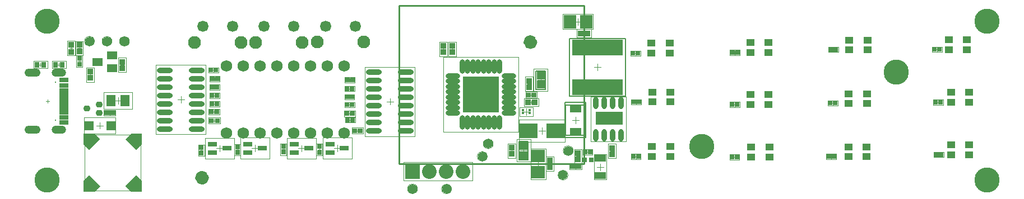
<source format=gts>
G04*
G04 #@! TF.GenerationSoftware,Altium Limited,CircuitMaker,2.3.0 (2.3.0.3)*
G04*
G04 Layer_Color=20142*
%FSLAX24Y24*%
%MOIN*%
G70*
G04*
G04 #@! TF.SameCoordinates,872E70D8-3D5D-4FD3-98FB-88626AD454E2*
G04*
G04*
G04 #@! TF.FilePolarity,Negative*
G04*
G01*
G75*
%ADD11C,0.0039*%
%ADD13C,0.0100*%
%ADD14C,0.0050*%
%ADD15C,0.0079*%
%ADD16C,0.0059*%
%ADD18C,0.0020*%
%ADD19C,0.0433*%
%ADD43R,0.0669X0.0512*%
%ADD56R,0.0300X0.0300*%
%ADD57R,0.0363X0.0379*%
%ADD58O,0.0316X0.0749*%
%ADD59C,0.0552*%
%ADD60R,0.0336X0.0316*%
%ADD61O,0.0316X0.0848*%
%ADD62R,0.0316X0.0356*%
%ADD63R,0.0572X0.0198*%
%ADD64R,0.0277X0.0257*%
%ADD65R,0.0572X0.0690*%
%ADD66R,0.0572X0.0277*%
%ADD67O,0.0848X0.0316*%
%ADD68R,0.0316X0.0356*%
%ADD69R,0.0277X0.0316*%
%ADD70R,0.0316X0.0277*%
%ADD71O,0.0946X0.0316*%
%ADD72R,0.1064X0.0867*%
%ADD73R,0.0474X0.0474*%
%ADD74R,0.0789X0.0730*%
%ADD75R,0.0297X0.0277*%
%ADD76R,0.0336X0.0336*%
%ADD77R,0.0257X0.0257*%
%ADD78R,0.0690X0.0434*%
%ADD79R,0.0454X0.0434*%
%ADD80R,0.0730X0.0789*%
%ADD81R,0.0379X0.0363*%
%ADD82R,0.3033X0.0946*%
%ADD83C,0.0178*%
G04:AMPARAMS|DCode=84|XSize=31.6mil|YSize=37.5mil|CornerRadius=8.7mil|HoleSize=0mil|Usage=FLASHONLY|Rotation=90.000|XOffset=0mil|YOffset=0mil|HoleType=Round|Shape=RoundedRectangle|*
%AMROUNDEDRECTD84*
21,1,0.0316,0.0201,0,0,90.0*
21,1,0.0142,0.0375,0,0,90.0*
1,1,0.0174,0.0100,0.0071*
1,1,0.0174,0.0100,-0.0071*
1,1,0.0174,-0.0100,-0.0071*
1,1,0.0174,-0.0100,0.0071*
%
%ADD84ROUNDEDRECTD84*%
%ADD85R,0.0580X0.0580*%
%ADD86R,0.0631X0.0474*%
%ADD87R,0.0572X0.0316*%
%ADD88R,0.0867X0.0867*%
%ADD89C,0.0867*%
%ADD90C,0.0680*%
%ADD91C,0.1497*%
%ADD92C,0.0080*%
G04:AMPARAMS|DCode=93|XSize=47.4mil|YSize=94.6mil|CornerRadius=23.7mil|HoleSize=0mil|Usage=FLASHONLY|Rotation=270.000|XOffset=0mil|YOffset=0mil|HoleType=Round|Shape=RoundedRectangle|*
%AMROUNDEDRECTD93*
21,1,0.0474,0.0472,0,0,270.0*
21,1,0.0000,0.0946,0,0,270.0*
1,1,0.0474,-0.0236,0.0000*
1,1,0.0474,-0.0236,0.0000*
1,1,0.0474,0.0236,0.0000*
1,1,0.0474,0.0236,0.0000*
%
%ADD93ROUNDEDRECTD93*%
G04:AMPARAMS|DCode=94|XSize=47.4mil|YSize=86.7mil|CornerRadius=23.7mil|HoleSize=0mil|Usage=FLASHONLY|Rotation=270.000|XOffset=0mil|YOffset=0mil|HoleType=Round|Shape=RoundedRectangle|*
%AMROUNDEDRECTD94*
21,1,0.0474,0.0394,0,0,270.0*
21,1,0.0000,0.0867,0,0,270.0*
1,1,0.0474,-0.0197,0.0000*
1,1,0.0474,-0.0197,0.0000*
1,1,0.0474,0.0197,0.0000*
1,1,0.0474,0.0197,0.0000*
%
%ADD94ROUNDEDRECTD94*%
%ADD95C,0.0663*%
%ADD96C,0.0763*%
G36*
X28840Y7335D02*
Y5213D01*
X26722D01*
X26711Y5203D01*
X26700Y5213D01*
Y7335D01*
X28843Y7338D01*
X28840Y7335D01*
D02*
G37*
G36*
X36190Y4471D02*
X34601D01*
Y5228D01*
X36190D01*
Y4471D01*
D02*
G37*
G36*
X7610Y3305D02*
X7270Y2965D01*
X6620Y3615D01*
X6960Y3955D01*
X7610D01*
Y3305D01*
D02*
G37*
G36*
X5120Y3615D02*
X4470Y2965D01*
X4130Y3305D01*
Y3955D01*
X4780D01*
X5120Y3615D01*
D02*
G37*
G36*
X7610Y1125D02*
Y475D01*
X6960D01*
X6620Y815D01*
X7270Y1465D01*
X7610Y1125D01*
D02*
G37*
G36*
X5120Y815D02*
X4780Y475D01*
X4130D01*
Y1125D01*
X4470Y1465D01*
X5120Y815D01*
D02*
G37*
D11*
X4197Y3888D02*
X7544D01*
Y542D02*
Y3888D01*
X4197Y542D02*
X7544D01*
X4197D02*
Y3888D01*
X26015Y640D02*
G03*
X26015Y640I-295J0D01*
G01*
X33251Y2925D02*
G03*
X33251Y2925I-295J0D01*
G01*
X5818Y9449D02*
G03*
X5818Y9449I-295J0D01*
G01*
X6859Y9444D02*
G03*
X6859Y9444I-295J0D01*
G01*
X4780Y9454D02*
G03*
X4780Y9454I-295J0D01*
G01*
X28144Y2582D02*
G03*
X28144Y2582I-295J0D01*
G01*
X28494Y3332D02*
G03*
X28494Y3332I-295J0D01*
G01*
X32941Y1465D02*
G03*
X32941Y1465I-295J0D01*
G01*
X23988Y649D02*
G03*
X23988Y649I-295J0D01*
G01*
X4542Y7346D02*
Y7563D01*
X4434Y7455D02*
X4651D01*
X35147Y4818D02*
X35541D01*
X35344Y4621D02*
Y5015D01*
X19835Y6135D02*
X20051D01*
X19943Y6027D02*
Y6243D01*
X5983Y5913D02*
X6377D01*
X6180Y5717D02*
Y6110D01*
X14134Y3066D02*
X14528D01*
X14331Y2869D02*
Y3263D01*
X23154Y1127D02*
X27249D01*
Y2229D01*
X23154D02*
X27249D01*
X23154Y1127D02*
Y2229D01*
X27562Y6272D02*
X27956D01*
X27759Y6075D02*
Y6469D01*
X1573Y7947D02*
Y8163D01*
X1465Y8055D02*
X1681D01*
X2676Y7947D02*
Y8163D01*
X2567Y8055D02*
X2784D01*
X19965Y5027D02*
Y5243D01*
X19857Y5135D02*
X20074D01*
X20426Y4012D02*
Y4228D01*
X20317Y4120D02*
X20534D01*
X18047Y2987D02*
X18264D01*
X18155Y2879D02*
Y3095D01*
X15908Y3001D02*
X16125D01*
X16017Y2893D02*
Y3109D01*
X13173Y2978D02*
X13390D01*
X13281Y2870D02*
Y3087D01*
X11029Y2946D02*
X11246D01*
X11138Y2838D02*
Y3054D01*
X19218Y2866D02*
Y3260D01*
X19021Y3063D02*
X19414D01*
X17093Y2863D02*
Y3257D01*
X16897Y3060D02*
X17290D01*
X12228Y2865D02*
Y3259D01*
X12032Y3062D02*
X12425D01*
X11904Y5137D02*
Y5353D01*
X11796Y5245D02*
X12012D01*
X11909Y4612D02*
Y4829D01*
X11801Y4720D02*
X12017D01*
X22351Y5661D02*
Y6055D01*
X22154Y5858D02*
X22548D01*
X20874Y7925D02*
X23827D01*
X20874Y3791D02*
X23827D01*
X20874D02*
Y7925D01*
X23827Y3791D02*
Y7925D01*
X9922Y5775D02*
Y6169D01*
X9725Y5972D02*
X10119D01*
X8445Y3905D02*
X11398D01*
X8445Y8039D02*
X11398D01*
Y3905D02*
Y8039D01*
X8445Y3905D02*
Y8039D01*
X29492Y2925D02*
X29709D01*
X29600Y2816D02*
Y3033D01*
X30300Y2738D02*
Y3131D01*
X30104Y2935D02*
X30497D01*
X31876Y2037D02*
Y2253D01*
X31767Y2145D02*
X31984D01*
X30979Y2125D02*
X31373D01*
X31176Y1928D02*
Y2322D01*
X33278Y1975D02*
X33514D01*
X33396Y1857D02*
Y2093D01*
X36983Y2452D02*
Y2688D01*
X36865Y2570D02*
X37101D01*
X33546Y2487D02*
Y2703D01*
X33437Y2595D02*
X33654D01*
X34007Y2845D02*
X34224D01*
X34116Y2737D02*
Y2953D01*
X34870Y1754D02*
Y2148D01*
X34673Y1951D02*
X35067D01*
X35576Y2786D02*
Y3002D01*
X35467Y2894D02*
X35684D01*
X33189Y4745D02*
X33583D01*
X33386Y4548D02*
Y4942D01*
X33536Y10418D02*
Y10812D01*
X33339Y10615D02*
X33733D01*
X37001Y5712D02*
Y5948D01*
X36883Y5830D02*
X37119D01*
X36956Y8617D02*
Y8853D01*
X36838Y8735D02*
X37074D01*
X42871Y8652D02*
Y8888D01*
X42753Y8770D02*
X42989D01*
X42849Y2426D02*
Y2662D01*
X42731Y2544D02*
X42967D01*
X42735Y5675D02*
X42972D01*
X42853Y5557D02*
Y5793D01*
X48690Y5642D02*
Y5878D01*
X48572Y5760D02*
X48809D01*
X48728Y8837D02*
Y9073D01*
X48610Y8955D02*
X48846D01*
X48606Y2457D02*
Y2693D01*
X48488Y2575D02*
X48724D01*
X54878Y2685D02*
X55114D01*
X54996Y2567D02*
Y2803D01*
X54835Y5815D02*
X55072D01*
X54953Y5697D02*
Y5933D01*
X54893Y8847D02*
Y9083D01*
X54775Y8965D02*
X55012D01*
X33791Y9923D02*
X34007D01*
X33899Y9815D02*
Y10032D01*
X34509Y7905D02*
X34903D01*
X34706Y7708D02*
Y8102D01*
X26066Y8877D02*
Y9093D01*
X25957Y8985D02*
X26174D01*
X11823Y6713D02*
X12040D01*
X11932Y6605D02*
Y6822D01*
X11832Y7213D02*
X12049D01*
X11940Y7105D02*
Y7322D01*
X11810Y5715D02*
X12026D01*
X11918Y5607D02*
Y5823D01*
X11812Y6203D02*
X12029D01*
X11921Y6094D02*
Y6311D01*
X11748Y7734D02*
X11964D01*
X11856Y7625D02*
Y7842D01*
X30259Y5252D02*
X30653D01*
X30456Y5055D02*
Y5448D01*
X19847Y6625D02*
X20063D01*
X19955Y6517D02*
Y6733D01*
X19845Y5665D02*
X20062D01*
X19953Y5557D02*
Y5773D01*
X5570Y5175D02*
X5806D01*
X5688Y5057D02*
Y5293D01*
X3886Y8930D02*
Y9146D01*
X3777Y9038D02*
X3994D01*
X30769Y6144D02*
Y6361D01*
X30661Y6252D02*
X30877D01*
X3778Y8265D02*
X3994D01*
X3886Y8157D02*
Y8373D01*
X19859Y7149D02*
X20076D01*
X19968Y7040D02*
Y7257D01*
X30531Y6902D02*
X30747D01*
X30639Y6794D02*
Y7011D01*
X6326Y8027D02*
X6542D01*
X6434Y7918D02*
Y8135D01*
X3396Y8927D02*
Y9143D01*
X3287Y9035D02*
X3504D01*
X31319Y6941D02*
Y7335D01*
X31122Y7138D02*
X31516D01*
X19877Y4750D02*
X20094D01*
X19985Y4642D02*
Y4858D01*
X25417Y8986D02*
X25634D01*
X25526Y8878D02*
Y9094D01*
X30768Y5694D02*
Y5911D01*
X30660Y5802D02*
X30876D01*
X5100Y4228D02*
Y4622D01*
X4904Y4425D02*
X5297D01*
D13*
X22887Y11584D02*
X33911D01*
Y2135D02*
Y11584D01*
X22887Y2135D02*
X33911D01*
X22887D02*
Y11584D01*
D14*
X33033Y6192D02*
X36379D01*
X33033Y9618D02*
X36379D01*
X33033Y6192D02*
Y9618D01*
X36379Y6192D02*
Y9618D01*
D15*
X32772Y3695D02*
X34000D01*
Y5795D01*
X32772D02*
X34000D01*
X32772Y3695D02*
Y5795D01*
D16*
X30576Y2385D02*
Y3485D01*
X30025Y2385D02*
X30576D01*
X30025D02*
Y3485D01*
X30576D01*
X31044Y6588D02*
Y7688D01*
X31595D01*
Y6588D02*
Y7688D01*
X31044Y6588D02*
X31595D01*
X32811Y3839D02*
X33961D01*
Y5650D01*
X32811D02*
X33961D01*
X32811Y3839D02*
Y5650D01*
D18*
X4306Y7022D02*
X4779D01*
X4306Y7888D02*
X4779D01*
X4306Y7022D02*
Y7888D01*
X4779Y7022D02*
Y7888D01*
X36388Y3480D02*
Y6157D01*
X34301Y3480D02*
Y6157D01*
X36388D01*
X34301Y3480D02*
X36388D01*
X19648Y5977D02*
Y6292D01*
X20238Y5977D02*
Y6292D01*
X19648D02*
X20238D01*
X19648Y5977D02*
X20238D01*
X5334Y5402D02*
Y6425D01*
X7027Y5402D02*
Y6425D01*
X5334D02*
X7027D01*
X5334Y5402D02*
X7027D01*
X13465Y2436D02*
Y3696D01*
X15197Y2436D02*
Y3696D01*
X13465D02*
X15197D01*
X13465Y2436D02*
X15197D01*
X30003Y4028D02*
Y8516D01*
X25515Y4028D02*
Y8516D01*
Y4028D02*
X30003D01*
X25515Y8516D02*
X30003D01*
X1160Y7838D02*
X1987D01*
X1160Y8271D02*
X1987D01*
Y7838D02*
Y8271D01*
X1160Y7838D02*
Y8271D01*
X2262Y8271D02*
X3089D01*
X2262Y7838D02*
X3089D01*
X2262D02*
Y8271D01*
X3089Y7838D02*
Y8271D01*
X19623Y4958D02*
X20307D01*
X19623Y5312D02*
X20307D01*
Y4958D02*
Y5312D01*
X19623Y4958D02*
Y5312D01*
X20084Y3943D02*
X20768D01*
X20084Y4297D02*
X20768D01*
Y3943D02*
Y4297D01*
X20084Y3943D02*
Y4297D01*
X18333Y2645D02*
Y3329D01*
X17978Y2645D02*
Y3329D01*
X18333D01*
X17978Y2645D02*
X18333D01*
X16194Y2659D02*
Y3343D01*
X15840Y2659D02*
Y3343D01*
X16194D01*
X15840Y2659D02*
X16194D01*
X13459Y2637D02*
Y3320D01*
X13104Y2637D02*
Y3320D01*
X13459D01*
X13104Y2637D02*
X13459D01*
X11315Y2604D02*
Y3288D01*
X10961Y2604D02*
Y3288D01*
X11315D01*
X10961Y2604D02*
X11315D01*
X18351Y2433D02*
X20084D01*
X18351Y3693D02*
X20084D01*
Y2433D02*
Y3693D01*
X18351Y2433D02*
Y3693D01*
X16227Y2430D02*
X17960D01*
X16227Y3690D02*
X17960D01*
Y2430D02*
Y3690D01*
X16227Y2430D02*
Y3690D01*
X11362Y2432D02*
X13094D01*
X11362Y3692D02*
X13094D01*
Y2432D02*
Y3692D01*
X11362Y2432D02*
Y3692D01*
X11562Y5422D02*
X12246D01*
X11562Y5068D02*
X12246D01*
X11562D02*
Y5422D01*
X12246Y5068D02*
Y5422D01*
X11567Y4897D02*
X12251D01*
X11567Y4543D02*
X12251D01*
X11567D02*
Y4897D01*
X12251Y4543D02*
Y4897D01*
X31201Y4113D02*
X31595D01*
X31398Y3916D02*
Y4310D01*
X32776Y3444D02*
Y4782D01*
X30020D02*
X32776D01*
X30020Y3444D02*
Y4782D01*
Y3444D02*
X32776D01*
X29364Y2492D02*
Y3358D01*
X29837Y2492D02*
Y3358D01*
X29364Y2492D02*
X29837D01*
X29364Y3358D02*
X29837D01*
X29887Y3604D02*
X30714D01*
X29887Y2265D02*
X30714D01*
Y3604D01*
X29887Y2265D02*
Y3604D01*
X31640Y2578D02*
X32112D01*
X31640Y1712D02*
X32112D01*
Y2578D01*
X31640Y1712D02*
Y2578D01*
X30723Y1219D02*
Y3030D01*
X31628Y1219D02*
Y3030D01*
X30723Y1219D02*
X31628D01*
X30723Y3030D02*
X31628D01*
X33750Y1798D02*
Y2152D01*
X33041Y1798D02*
Y2152D01*
Y1798D02*
X33750D01*
X33041Y2152D02*
X33750D01*
X36688Y2412D02*
X37279D01*
X36688Y2727D02*
X37279D01*
Y2412D02*
Y2727D01*
X36688Y2412D02*
Y2727D01*
X33329Y2182D02*
X33762D01*
X33329Y3008D02*
X33762D01*
X33329Y2182D02*
Y3008D01*
X33762Y2182D02*
Y3008D01*
X33820Y2687D02*
Y3002D01*
X34411Y2687D02*
Y3002D01*
X33820D02*
X34411D01*
X33820Y2687D02*
X34411D01*
X34496Y1203D02*
X35244D01*
X34496Y2699D02*
X35244D01*
X34496Y1203D02*
Y2699D01*
X35244Y1203D02*
Y2699D01*
X35340Y2461D02*
X35812D01*
X35340Y3327D02*
X35812D01*
X35340Y2461D02*
Y3327D01*
X35812Y2461D02*
Y3327D01*
X32630Y11068D02*
X34441D01*
X32630Y10162D02*
X34441D01*
X32630D02*
Y11068D01*
X34441Y10162D02*
Y11068D01*
X36706Y5672D02*
X37296D01*
X36706Y5987D02*
X37296D01*
Y5672D02*
Y5987D01*
X36706Y5672D02*
Y5987D01*
X36660Y8577D02*
X37251D01*
X36660Y8892D02*
X37251D01*
Y8577D02*
Y8892D01*
X36660Y8577D02*
Y8892D01*
X42576Y8612D02*
X43166D01*
X42576Y8927D02*
X43166D01*
Y8612D02*
Y8927D01*
X42576Y8612D02*
Y8927D01*
X42553Y2387D02*
X43144D01*
X42553Y2702D02*
X43144D01*
Y2387D02*
Y2702D01*
X42553Y2387D02*
Y2702D01*
X42558Y5517D02*
Y5832D01*
X43149Y5517D02*
Y5832D01*
X42558D02*
X43149D01*
X42558Y5517D02*
X43149D01*
X48395Y5602D02*
X48986D01*
X48395Y5917D02*
X48986D01*
Y5602D02*
Y5917D01*
X48395Y5602D02*
Y5917D01*
X48433Y8797D02*
X49023D01*
X48433Y9112D02*
X49023D01*
Y8797D02*
Y9112D01*
X48433Y8797D02*
Y9112D01*
X48310Y2417D02*
X48901D01*
X48310Y2732D02*
X48901D01*
Y2417D02*
Y2732D01*
X48310Y2417D02*
Y2732D01*
X54700Y2527D02*
Y2842D01*
X55291Y2527D02*
Y2842D01*
X54700D02*
X55291D01*
X54700Y2527D02*
X55291D01*
X54658Y5657D02*
Y5972D01*
X55249Y5657D02*
Y5972D01*
X54658D02*
X55249D01*
X54658Y5657D02*
X55249D01*
X54598Y8807D02*
X55189D01*
X54598Y9122D02*
X55189D01*
Y8807D02*
Y9122D01*
X54598Y8807D02*
Y9122D01*
X34332Y9687D02*
Y10160D01*
X33466Y9687D02*
Y10160D01*
Y9687D02*
X34332D01*
X33466Y10160D02*
X34332D01*
X25830Y9418D02*
X26302D01*
X25830Y8552D02*
X26302D01*
Y9418D01*
X25830Y8552D02*
Y9418D01*
X12227Y6556D02*
Y6871D01*
X11636Y6556D02*
Y6871D01*
Y6556D02*
X12227D01*
X11636Y6871D02*
X12227D01*
X12236Y7056D02*
Y7371D01*
X11645Y7056D02*
Y7371D01*
Y7056D02*
X12236D01*
X11645Y7371D02*
X12236D01*
X12213Y5557D02*
Y5872D01*
X11623Y5557D02*
Y5872D01*
Y5557D02*
X12213D01*
X11623Y5872D02*
X12213D01*
X12216Y6045D02*
Y6360D01*
X11625Y6045D02*
Y6360D01*
Y6045D02*
X12216D01*
X11625Y6360D02*
X12216D01*
X12151Y7576D02*
Y7891D01*
X11561Y7576D02*
Y7891D01*
Y7576D02*
X12151D01*
X11561Y7891D02*
X12151D01*
X30860Y4986D02*
Y5517D01*
X30052Y4986D02*
Y5517D01*
Y4986D02*
X30860D01*
X30052Y5517D02*
X30860D01*
X19660Y6467D02*
Y6782D01*
X20250Y6467D02*
Y6782D01*
X19660D02*
X20250D01*
X19660Y6467D02*
X20250D01*
X19658Y5507D02*
Y5822D01*
X20249Y5507D02*
Y5822D01*
X19658D02*
X20249D01*
X19658Y5507D02*
X20249D01*
X6042Y4998D02*
Y5352D01*
X5333Y4998D02*
Y5352D01*
Y4998D02*
X6042D01*
X5333Y5352D02*
X6042D01*
X3669Y8625D02*
X4102D01*
X3669Y9451D02*
X4102D01*
X3669Y8625D02*
Y9451D01*
X4102Y8625D02*
Y9451D01*
X30427Y6429D02*
X31111D01*
X30427Y6075D02*
X31111D01*
X30427D02*
Y6429D01*
X31111Y6075D02*
Y6429D01*
X3709Y7923D02*
Y8607D01*
X4063Y7923D02*
Y8607D01*
X3709Y7923D02*
X4063D01*
X3709Y8607D02*
X4063D01*
X19672Y6991D02*
Y7306D01*
X20263Y6991D02*
Y7306D01*
X19672D02*
X20263D01*
X19672Y6991D02*
X20263D01*
X30875Y6469D02*
Y7335D01*
X30403Y6469D02*
Y7335D01*
X30875D01*
X30403Y6469D02*
X30875D01*
X6670Y7594D02*
Y8460D01*
X6198Y7594D02*
Y8460D01*
X6670D01*
X6198Y7594D02*
X6670D01*
X3160Y8602D02*
X3632D01*
X3160Y9468D02*
X3632D01*
X3160Y8602D02*
Y9468D01*
X3632Y8602D02*
Y9468D01*
X30906Y6469D02*
X31733D01*
X30906Y7807D02*
X31733D01*
X30906Y6469D02*
Y7807D01*
X31733Y6469D02*
Y7807D01*
X19690Y4593D02*
Y4907D01*
X20281Y4593D02*
Y4907D01*
X19690D02*
X20281D01*
X19690Y4593D02*
X20281D01*
X25762Y8553D02*
Y9419D01*
X25290Y8553D02*
Y9419D01*
X25762D01*
X25290Y8553D02*
X25762D01*
X30335Y5566D02*
X31201D01*
X30335Y6039D02*
X31201D01*
Y5566D02*
Y6039D01*
X30335Y5566D02*
Y6039D01*
X4156Y3952D02*
X6045D01*
X4156Y4897D02*
X6045D01*
Y3952D02*
Y4897D01*
X4156Y3952D02*
Y4897D01*
X1902Y5868D02*
X2099D01*
X2001Y5769D02*
Y5966D01*
D19*
X30900Y9398D02*
G03*
X30900Y9398I-197J0D01*
G01*
X11374Y1309D02*
G03*
X11374Y1309I-197J0D01*
G01*
D43*
X33386Y5445D02*
D03*
Y4045D02*
D03*
D56*
X34316Y2385D02*
D03*
X33916D02*
D03*
D57*
X4542Y7266D02*
D03*
Y7644D02*
D03*
X29600Y2736D02*
D03*
Y3114D02*
D03*
X31876Y2334D02*
D03*
Y1956D02*
D03*
X35576Y2705D02*
D03*
Y3083D02*
D03*
X26066Y9174D02*
D03*
Y8796D02*
D03*
X30639Y7091D02*
D03*
Y6713D02*
D03*
X6434Y8216D02*
D03*
Y7838D02*
D03*
X3396Y8815D02*
D03*
Y9255D02*
D03*
X25526Y9175D02*
D03*
Y8797D02*
D03*
D58*
X36094Y5783D02*
D03*
X35594D02*
D03*
X35094D02*
D03*
X34594D02*
D03*
X36094Y3854D02*
D03*
X35594D02*
D03*
X35094D02*
D03*
X34594D02*
D03*
D59*
X32646Y1465D02*
D03*
X25720Y640D02*
D03*
X32956Y2925D02*
D03*
X5523Y9449D02*
D03*
X6564Y9444D02*
D03*
X4484Y9454D02*
D03*
X27849Y2582D02*
D03*
X28199Y3332D02*
D03*
X23692Y649D02*
D03*
D60*
X33228Y1975D02*
D03*
X33563D02*
D03*
X5855Y5175D02*
D03*
X5520D02*
D03*
D61*
X27602Y4609D02*
D03*
X28861Y7936D02*
D03*
X28547D02*
D03*
X28232D02*
D03*
X27917D02*
D03*
X27602D02*
D03*
X27287D02*
D03*
X26972D02*
D03*
X26657D02*
D03*
Y4609D02*
D03*
X26972D02*
D03*
X27287D02*
D03*
X27917D02*
D03*
X28232D02*
D03*
X28547D02*
D03*
X28861D02*
D03*
D62*
X2479Y8055D02*
D03*
X1770D02*
D03*
D63*
X2966Y6360D02*
D03*
Y6163D02*
D03*
Y6557D02*
D03*
Y5179D02*
D03*
Y5572D02*
D03*
Y5376D02*
D03*
Y5769D02*
D03*
Y5966D02*
D03*
D64*
X19795Y6135D02*
D03*
X20091D02*
D03*
X12079Y6713D02*
D03*
X11784D02*
D03*
X12088Y7213D02*
D03*
X11793D02*
D03*
X12066Y5715D02*
D03*
X11770D02*
D03*
X12068Y6203D02*
D03*
X11773D02*
D03*
X12003Y7734D02*
D03*
X11708D02*
D03*
X19808Y6625D02*
D03*
X20103D02*
D03*
X19806Y5665D02*
D03*
X20101D02*
D03*
X19820Y7149D02*
D03*
X20115D02*
D03*
X19838Y4750D02*
D03*
X20133D02*
D03*
D65*
X5777Y5913D02*
D03*
X6584D02*
D03*
D66*
X13907Y3322D02*
D03*
Y2810D02*
D03*
X14754Y3066D02*
D03*
X19641Y3063D02*
D03*
X18794Y2807D02*
D03*
Y3319D02*
D03*
X17517Y3060D02*
D03*
X16670Y2804D02*
D03*
Y3316D02*
D03*
X12652Y3062D02*
D03*
X11805Y2806D02*
D03*
Y3318D02*
D03*
D67*
X29423Y5170D02*
D03*
Y5485D02*
D03*
Y5800D02*
D03*
Y6115D02*
D03*
Y6430D02*
D03*
Y6745D02*
D03*
Y7060D02*
D03*
Y7375D02*
D03*
X26096D02*
D03*
Y7060D02*
D03*
Y6745D02*
D03*
Y6430D02*
D03*
Y6115D02*
D03*
Y5800D02*
D03*
Y5485D02*
D03*
Y5170D02*
D03*
D68*
X1376Y8055D02*
D03*
X2873D02*
D03*
D69*
X19790Y5135D02*
D03*
X20140D02*
D03*
X20250Y4120D02*
D03*
X20601D02*
D03*
X12079Y5245D02*
D03*
X11729D02*
D03*
X12084Y4720D02*
D03*
X11734D02*
D03*
X30944Y6252D02*
D03*
X30594D02*
D03*
D70*
X18156Y2812D02*
D03*
Y3162D02*
D03*
X16017Y2826D02*
D03*
Y3176D02*
D03*
X13282Y2803D02*
D03*
Y3154D02*
D03*
X11138Y2771D02*
D03*
Y3121D02*
D03*
X3886Y8440D02*
D03*
Y8090D02*
D03*
D71*
X21406Y7608D02*
D03*
Y7108D02*
D03*
Y6608D02*
D03*
Y6108D02*
D03*
Y5608D02*
D03*
Y5108D02*
D03*
Y4608D02*
D03*
Y4108D02*
D03*
X23296Y7608D02*
D03*
Y7108D02*
D03*
Y6608D02*
D03*
Y6108D02*
D03*
Y5608D02*
D03*
Y5108D02*
D03*
Y4608D02*
D03*
Y4108D02*
D03*
X10867Y4222D02*
D03*
Y4722D02*
D03*
Y5222D02*
D03*
Y5722D02*
D03*
Y6222D02*
D03*
Y6722D02*
D03*
Y7222D02*
D03*
Y7722D02*
D03*
X8977Y4222D02*
D03*
Y4722D02*
D03*
Y5222D02*
D03*
Y5722D02*
D03*
Y6222D02*
D03*
Y6722D02*
D03*
Y7222D02*
D03*
Y7722D02*
D03*
D72*
X30611Y4113D02*
D03*
X32186D02*
D03*
D73*
X30300Y3210D02*
D03*
Y2659D02*
D03*
X31319Y6862D02*
D03*
Y7413D02*
D03*
D74*
X31176Y1643D02*
D03*
Y2607D02*
D03*
D75*
X37131Y2570D02*
D03*
X36836D02*
D03*
X37149Y5830D02*
D03*
X36853D02*
D03*
X37103Y8735D02*
D03*
X36808D02*
D03*
X43019Y8770D02*
D03*
X42723D02*
D03*
X42996Y2544D02*
D03*
X42701D02*
D03*
X42706Y5675D02*
D03*
X43001D02*
D03*
X48838Y5760D02*
D03*
X48543D02*
D03*
X48876Y8955D02*
D03*
X48580D02*
D03*
X48753Y2575D02*
D03*
X48458D02*
D03*
X54848Y2685D02*
D03*
X55143D02*
D03*
X54806Y5815D02*
D03*
X55101D02*
D03*
X55041Y8965D02*
D03*
X54746D02*
D03*
D76*
X33546Y2398D02*
D03*
Y2792D02*
D03*
X3886Y8841D02*
D03*
Y9235D02*
D03*
D77*
X33958Y2845D02*
D03*
X34273D02*
D03*
D78*
X34870Y1429D02*
D03*
Y2472D02*
D03*
D79*
X37934Y3160D02*
D03*
X39017D02*
D03*
X37934Y2570D02*
D03*
X39017D02*
D03*
X38987Y9330D02*
D03*
X37904D02*
D03*
Y8740D02*
D03*
X38987D02*
D03*
X44928Y3135D02*
D03*
X43846D02*
D03*
Y2544D02*
D03*
X44928D02*
D03*
X44867Y5670D02*
D03*
X43784D02*
D03*
X44867Y6260D02*
D03*
X43784D02*
D03*
X44867Y9360D02*
D03*
X43784D02*
D03*
Y8770D02*
D03*
X44867D02*
D03*
X39037Y6420D02*
D03*
Y5830D02*
D03*
X37954D02*
D03*
Y6420D02*
D03*
X55594Y9540D02*
D03*
X56677D02*
D03*
X55594Y8950D02*
D03*
X56677D02*
D03*
X50708Y3155D02*
D03*
X49626D02*
D03*
Y2564D02*
D03*
X50708D02*
D03*
X56797Y3270D02*
D03*
X55714D02*
D03*
Y2680D02*
D03*
X56797D02*
D03*
X50727Y6320D02*
D03*
Y5730D02*
D03*
X49644D02*
D03*
Y6320D02*
D03*
X50747Y9520D02*
D03*
X49664D02*
D03*
Y8930D02*
D03*
X50747D02*
D03*
X56797Y6410D02*
D03*
Y5820D02*
D03*
X55714D02*
D03*
Y6410D02*
D03*
D80*
X33053Y10615D02*
D03*
X34018D02*
D03*
D81*
X34088Y9923D02*
D03*
X33710D02*
D03*
X30957Y5802D02*
D03*
X30579D02*
D03*
D82*
X34706Y6724D02*
D03*
Y9086D02*
D03*
D83*
X30653Y5171D02*
D03*
X30259D02*
D03*
X30653Y5332D02*
D03*
X30259D02*
D03*
D84*
X4336Y5435D02*
D03*
X5065Y5691D02*
D03*
Y5179D02*
D03*
D85*
X5750Y4425D02*
D03*
X4450D02*
D03*
D86*
X5815Y7850D02*
D03*
Y8598D02*
D03*
X4949Y8224D02*
D03*
D87*
X2966Y6813D02*
D03*
Y4923D02*
D03*
Y4608D02*
D03*
Y7128D02*
D03*
D88*
X23705Y1678D02*
D03*
D89*
X24705D02*
D03*
X25705D02*
D03*
X26705D02*
D03*
D90*
X12616Y3965D02*
D03*
X13616D02*
D03*
X14616D02*
D03*
X15616D02*
D03*
X16616D02*
D03*
X17616D02*
D03*
X18616D02*
D03*
X19616D02*
D03*
Y7965D02*
D03*
X18616D02*
D03*
X17616D02*
D03*
X16616D02*
D03*
X12616D02*
D03*
X13616D02*
D03*
X14616D02*
D03*
X15616D02*
D03*
D91*
X52449Y7622D02*
D03*
X40892Y3187D02*
D03*
X57866Y1186D02*
D03*
Y10635D02*
D03*
X1960Y1186D02*
D03*
Y10635D02*
D03*
D92*
X2464Y7009D02*
D03*
Y4726D02*
D03*
D93*
X1086Y4165D02*
D03*
Y7570D02*
D03*
D94*
X2661D02*
D03*
Y4165D02*
D03*
D95*
X11246Y10335D02*
D03*
X13006D02*
D03*
X14856D02*
D03*
X16616D02*
D03*
X18536Y10345D02*
D03*
X20296D02*
D03*
D96*
X10746Y9385D02*
D03*
X13506D02*
D03*
X14356D02*
D03*
X17116D02*
D03*
X18036Y9395D02*
D03*
X20796D02*
D03*
M02*

</source>
